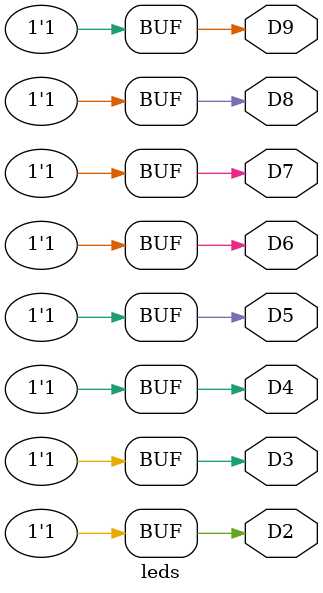
<source format=v>

module leds (
    output wire D2,
    output wire D3,
    output wire D4,
    output wire D5,
    output wire D6,
    output wire D7,
    output wire D8,
    output wire D9
);

  assign D2 = 1'b1;
  assign D3 = 1'b1;
  assign D4 = 1'b1;
  assign D5 = 1'b1;
  assign D6 = 1'b1;
  assign D7 = 1'b1;
  assign D8 = 1'b1;
  assign D9 = 1'b1;

endmodule

</source>
